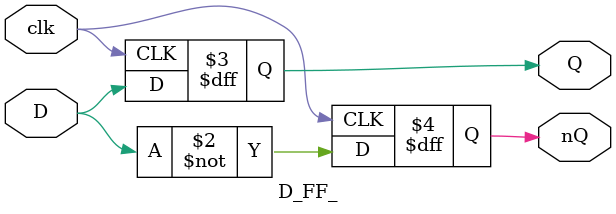
<source format=v>
`timescale 1ns / 1ps


module D_FF_(
    input D,
    input clk,
    output reg Q,
    output reg nQ
    );
    
    always @(posedge clk)
        begin
            Q <= D;
            nQ <= ~D;
        end
    
endmodule

</source>
